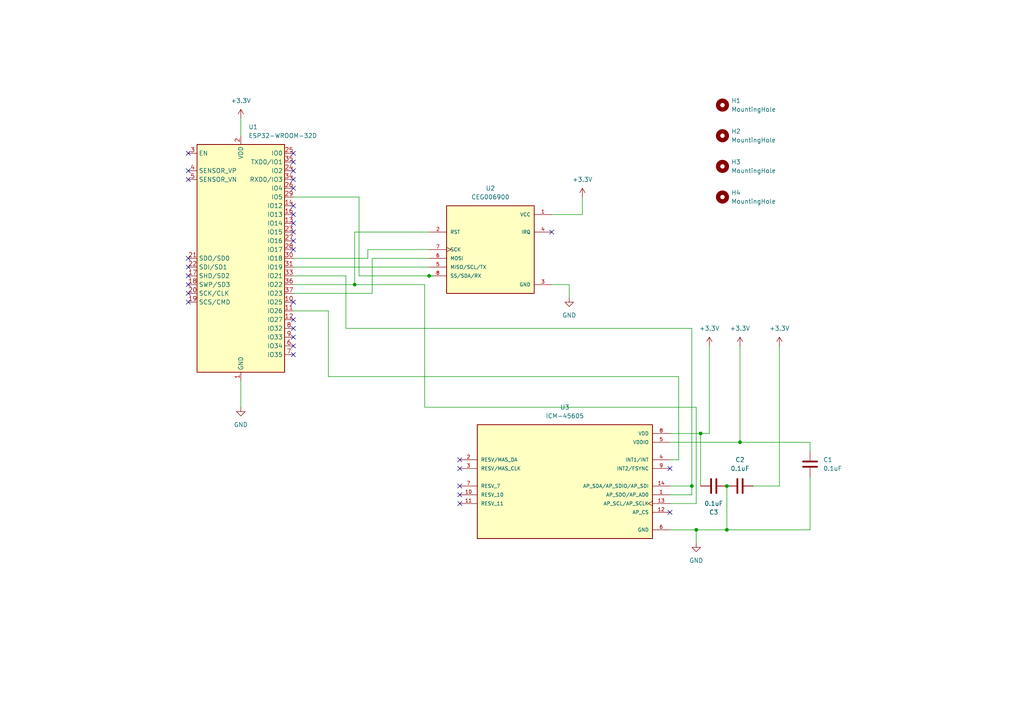
<source format=kicad_sch>
(kicad_sch (version 20231120) (generator "eeschema") (generator_version "8.0")
  (paper "A4")
  (lib_symbols
    (symbol "CEG006900:CEG006900" (pin_names (offset 1.016))
      (property "Reference" "U" (at -12.7 15.24 0))
      (property "Value" "CEG006900" (at -12.7 -15.24 0))
      (symbol "CEG006900_0_0"
        (rectangle (start -12.7 -12.7) (end 12.7 12.7) (stroke (width 0.254)) (fill (type background)))
        (pin power_in line (at 17.78 10.16 180) (length 5.08) (name "VCC") (number "1"))
        (pin input line (at -17.78 5.08 0) (length 5.08) (name "RST") (number "2"))
        (pin power_in line (at 17.78 -10.16 180) (length 5.08) (name "GND") (number "3"))
        (pin output line (at 17.78 5.08 180) (length 5.08) (name "IRQ") (number "4"))
        (pin bidirectional line (at -17.78 -5.08 0) (length 5.08) (name "MISO/SCL/TX") (number "5"))
        (pin input line (at -17.78 -2.54 0) (length 5.08) (name "MOSI") (number "6"))
        (pin input clock (at -17.78 0 0) (length 5.08) (name "SCK") (number "7"))
        (pin bidirectional line (at -17.78 -7.62 0) (length 5.08) (name "SS/SDA/RX") (number "8"))
      )
    )
    (symbol "Device:C" (pin_numbers hide) (pin_names (offset 0.254))
      (property "Reference" "C" (at 0.635 2.54 0))
      (property "Value" "C" (at 0.635 -2.54 0))
      (symbol "C_0_1"
        (polyline (pts (xy -2.032 -0.762) (xy 2.032 -0.762)) (stroke (width 0.508)))
        (polyline (pts (xy -2.032 0.762) (xy 2.032 0.762)) (stroke (width 0.508)))
      )
      (symbol "C_1_1"
        (pin passive line (at 0 3.81 270) (length 2.794) (name "~") (number "1"))
        (pin passive line (at 0 -3.81 90) (length 2.794) (name "~") (number "2"))
      )
    )
    (symbol "ICM-45605:ICM-45605" (pin_names (offset 1.016))
      (property "Reference" "U" (at -25.4 18.542 0))
      (property "Value" "ICM-45605" (at -25.4 -17.78 0))
      (symbol "ICM-45605_0_0"
        (rectangle (start -25.4 -15.24) (end 25.4 17.78) (stroke (width 0.254)) (fill (type background)))
        (pin bidirectional line (at 30.48 -2.54 180) (length 5.08) (name "AP_SDO/AP_AD0") (number "1"))
        (pin passive line (at -30.48 -2.54 0) (length 5.08) (name "RESV_10") (number "10"))
        (pin passive line (at -30.48 -5.08 0) (length 5.08) (name "RESV_11") (number "11"))
        (pin input line (at 30.48 -7.62 180) (length 5.08) (name "AP_CS") (number "12"))
        (pin input clock (at 30.48 -5.08 180) (length 5.08) (name "AP_SCL/AP_SCLK") (number "13"))
        (pin bidirectional line (at 30.48 0 180) (length 5.08) (name "AP_SDA/AP_SDIO/AP_SDI") (number "14"))
        (pin passive line (at -30.48 7.62 0) (length 5.08) (name "RESV/MAS_DA") (number "2"))
        (pin passive line (at -30.48 5.08 0) (length 5.08) (name "RESV/MAS_CLK") (number "3"))
        (pin output line (at 30.48 7.62 180) (length 5.08) (name "INT1/INT") (number "4"))
        (pin power_in line (at 30.48 12.7 180) (length 5.08) (name "VDDIO") (number "5"))
        (pin power_in line (at 30.48 -12.7 180) (length 5.08) (name "GND") (number "6"))
        (pin passive line (at -30.48 0 0) (length 5.08) (name "RESV_7") (number "7"))
        (pin power_in line (at 30.48 15.24 180) (length 5.08) (name "VDD") (number "8"))
        (pin bidirectional line (at 30.48 5.08 180) (length 5.08) (name "INT2/FSYNC") (number "9"))
      )
    )
    (symbol "Mechanical:MountingHole" (pin_names (offset 1.016)) (exclude_from_sim yes) (in_bom no)
      (property "Reference" "H" (at 0 5.08 0))
      (property "Value" "MountingHole" (at 0 3.175 0))
      (symbol "MountingHole_0_1"
        (circle (center 0 0) (radius 1.27) (stroke (width 1.27)))
      )
    )
    (symbol "RF_Module:ESP32-WROOM-32D"
      (property "Reference" "U" (at -12.7 34.29 0))
      (property "Value" "ESP32-WROOM-32D" (at 1.27 34.29 0))
      (symbol "ESP32-WROOM-32D_0_1"
        (rectangle (start -12.7 33.02) (end 12.7 -33.02) (stroke (width 0.254)) (fill (type background)))
      )
      (symbol "ESP32-WROOM-32D_1_1"
        (pin power_in line (at 0 -35.56 90) (length 2.54) (name "GND") (number "1"))
        (pin bidirectional line (at 15.24 -12.7 180) (length 2.54) (name "IO25") (number "10"))
        (pin bidirectional line (at 15.24 -15.24 180) (length 2.54) (name "IO26") (number "11"))
        (pin bidirectional line (at 15.24 -17.78 180) (length 2.54) (name "IO27") (number "12"))
        (pin bidirectional line (at 15.24 10.16 180) (length 2.54) (name "IO14") (number "13"))
        (pin bidirectional line (at 15.24 15.24 180) (length 2.54) (name "IO12") (number "14"))
        (pin passive line (at 0 -35.56 90) (length 2.54) hide (name "GND") (number "15"))
        (pin bidirectional line (at 15.24 12.7 180) (length 2.54) (name "IO13") (number "16"))
        (pin bidirectional line (at -15.24 -5.08 0) (length 2.54) (name "SHD/SD2") (number "17"))
        (pin bidirectional line (at -15.24 -7.62 0) (length 2.54) (name "SWP/SD3") (number "18"))
        (pin bidirectional line (at -15.24 -12.7 0) (length 2.54) (name "SCS/CMD") (number "19"))
        (pin power_in line (at 0 35.56 270) (length 2.54) (name "VDD") (number "2"))
        (pin bidirectional line (at -15.24 -10.16 0) (length 2.54) (name "SCK/CLK") (number "20"))
        (pin bidirectional line (at -15.24 0 0) (length 2.54) (name "SDO/SD0") (number "21"))
        (pin bidirectional line (at -15.24 -2.54 0) (length 2.54) (name "SDI/SD1") (number "22"))
        (pin bidirectional line (at 15.24 7.62 180) (length 2.54) (name "IO15") (number "23"))
        (pin bidirectional line (at 15.24 25.4 180) (length 2.54) (name "IO2") (number "24"))
        (pin bidirectional line (at 15.24 30.48 180) (length 2.54) (name "IO0") (number "25"))
        (pin bidirectional line (at 15.24 20.32 180) (length 2.54) (name "IO4") (number "26"))
        (pin bidirectional line (at 15.24 5.08 180) (length 2.54) (name "IO16") (number "27"))
        (pin bidirectional line (at 15.24 2.54 180) (length 2.54) (name "IO17") (number "28"))
        (pin bidirectional line (at 15.24 17.78 180) (length 2.54) (name "IO5") (number "29"))
        (pin input line (at -15.24 30.48 0) (length 2.54) (name "EN") (number "3"))
        (pin bidirectional line (at 15.24 0 180) (length 2.54) (name "IO18") (number "30"))
        (pin bidirectional line (at 15.24 -2.54 180) (length 2.54) (name "IO19") (number "31"))
        (pin no_connect line (at -12.7 -27.94 0) (length 2.54) hide (name "NC") (number "32"))
        (pin bidirectional line (at 15.24 -5.08 180) (length 2.54) (name "IO21") (number "33"))
        (pin bidirectional line (at 15.24 22.86 180) (length 2.54) (name "RXD0/IO3") (number "34"))
        (pin bidirectional line (at 15.24 27.94 180) (length 2.54) (name "TXD0/IO1") (number "35"))
        (pin bidirectional line (at 15.24 -7.62 180) (length 2.54) (name "IO22") (number "36"))
        (pin bidirectional line (at 15.24 -10.16 180) (length 2.54) (name "IO23") (number "37"))
        (pin passive line (at 0 -35.56 90) (length 2.54) hide (name "GND") (number "38"))
        (pin passive line (at 0 -35.56 90) (length 2.54) hide (name "GND") (number "39"))
        (pin input line (at -15.24 25.4 0) (length 2.54) (name "SENSOR_VP") (number "4"))
        (pin input line (at -15.24 22.86 0) (length 2.54) (name "SENSOR_VN") (number "5"))
        (pin input line (at 15.24 -25.4 180) (length 2.54) (name "IO34") (number "6"))
        (pin input line (at 15.24 -27.94 180) (length 2.54) (name "IO35") (number "7"))
        (pin bidirectional line (at 15.24 -20.32 180) (length 2.54) (name "IO32") (number "8"))
        (pin bidirectional line (at 15.24 -22.86 180) (length 2.54) (name "IO33") (number "9"))
      )
    )
    (symbol "power:+3.3V" (power) (pin_numbers hide) (pin_names (offset 0) hide)
      (property "Value" "+3.3V" (at 0 3.556 0))
      (symbol "+3.3V_0_1"
        (polyline (pts (xy -0.762 1.27) (xy 0 2.54)))
        (polyline (pts (xy 0 0) (xy 0 2.54)))
        (polyline (pts (xy 0 2.54) (xy 0.762 1.27)))
      )
      (symbol "+3.3V_1_1"
        (pin power_in line (at 0 0 90) (length 0) (name "~") (number "1"))
      )
    )
    (symbol "power:GND" (power) (pin_numbers hide) (pin_names (offset 0) hide)
      (property "Value" "GND" (at 0 -3.81 0))
      (symbol "GND_0_1"
        (polyline (pts (xy 0 0) (xy 0 -1.27) (xy 1.27 -1.27) (xy 0 -2.54) (xy -1.27 -1.27) (xy 0 -1.27)))
      )
      (symbol "GND_1_1"
        (pin power_in line (at 0 0 270) (length 0) (name "~") (number "1"))
      )
    )
  )
  (junction (at 214.63 128.27))
  (junction (at 203.2 125.73))
  (junction (at 102.87 82.55))
  (junction (at 210.82 153.67))
  (junction (at 210.82 140.97))
  (junction (at 201.93 153.67))
  (junction (at 124.46 80.01))
  (junction (at 200.66 140.97))
  (no_connect (at 133.35 133.35))
  (no_connect (at 160.02 67.31))
  (no_connect (at 54.61 49.53))
  (no_connect (at 85.09 92.71))
  (no_connect (at 54.61 82.55))
  (no_connect (at 85.09 54.61))
  (no_connect (at 85.09 87.63))
  (no_connect (at 85.09 64.77))
  (no_connect (at 85.09 97.79))
  (no_connect (at 85.09 62.23))
  (no_connect (at 54.61 80.01))
  (no_connect (at 133.35 140.97))
  (no_connect (at 194.31 135.89))
  (no_connect (at 54.61 87.63))
  (no_connect (at 85.09 46.99))
  (no_connect (at 85.09 100.33))
  (no_connect (at 85.09 72.39))
  (no_connect (at 133.35 135.89))
  (no_connect (at 85.09 59.69))
  (no_connect (at 85.09 52.07))
  (no_connect (at 54.61 74.93))
  (no_connect (at 85.09 49.53))
  (no_connect (at 133.35 143.51))
  (no_connect (at 133.35 146.05))
  (no_connect (at 54.61 52.07))
  (no_connect (at 54.61 85.09))
  (no_connect (at 85.09 102.87))
  (no_connect (at 194.31 148.59))
  (no_connect (at 85.09 44.45))
  (no_connect (at 54.61 77.47))
  (no_connect (at 85.09 67.31))
  (no_connect (at 54.61 44.45))
  (no_connect (at 85.09 95.25))
  (no_connect (at 85.09 69.85))
  (wire (pts (xy 104.14 80.01) (xy 104.14 57.15)))
  (wire (pts (xy 106.68 74.93) (xy 85.09 74.93)))
  (wire (pts (xy 123.19 82.55) (xy 123.19 118.11)))
  (wire (pts (xy 214.63 100.33) (xy 214.63 128.27)))
  (wire (pts (xy 160.02 82.55) (xy 165.1 82.55)))
  (wire (pts (xy 107.95 74.93) (xy 107.95 85.09)))
  (wire (pts (xy 168.91 62.23) (xy 168.91 57.15)))
  (wire (pts (xy 226.06 100.33) (xy 226.06 140.97)))
  (wire (pts (xy 194.31 133.35) (xy 196.85 133.35)))
  (wire (pts (xy 69.85 110.49) (xy 69.85 118.11)))
  (wire (pts (xy 194.31 125.73) (xy 203.2 125.73)))
  (wire (pts (xy 95.25 109.22) (xy 95.25 90.17)))
  (wire (pts (xy 234.95 128.27) (xy 234.95 130.81)))
  (wire (pts (xy 160.02 62.23) (xy 168.91 62.23)))
  (wire (pts (xy 124.46 80.01) (xy 104.14 80.01)))
  (wire (pts (xy 100.33 80.01) (xy 100.33 95.25)))
  (wire (pts (xy 214.63 128.27) (xy 234.95 128.27)))
  (wire (pts (xy 203.2 125.73) (xy 205.74 125.73)))
  (wire (pts (xy 124.46 72.39) (xy 106.68 72.39)))
  (wire (pts (xy 102.87 82.55) (xy 85.09 82.55)))
  (wire (pts (xy 201.93 153.67) (xy 210.82 153.67)))
  (wire (pts (xy 226.06 140.97) (xy 218.44 140.97)))
  (wire (pts (xy 200.66 95.25) (xy 200.66 140.97)))
  (wire (pts (xy 194.31 153.67) (xy 201.93 153.67)))
  (wire (pts (xy 125.73 80.01) (xy 124.46 80.01)))
  (wire (pts (xy 196.85 109.22) (xy 95.25 109.22)))
  (wire (pts (xy 165.1 82.55) (xy 165.1 86.36)))
  (wire (pts (xy 102.87 82.55) (xy 123.19 82.55)))
  (wire (pts (xy 85.09 77.47) (xy 124.46 77.47)))
  (wire (pts (xy 210.82 153.67) (xy 234.95 153.67)))
  (wire (pts (xy 196.85 133.35) (xy 196.85 109.22)))
  (wire (pts (xy 201.93 118.11) (xy 201.93 146.05)))
  (wire (pts (xy 194.31 128.27) (xy 214.63 128.27)))
  (wire (pts (xy 200.66 143.51) (xy 194.31 143.51)))
  (wire (pts (xy 69.85 34.29) (xy 69.85 39.37)))
  (wire (pts (xy 95.25 90.17) (xy 85.09 90.17)))
  (wire (pts (xy 102.87 67.31) (xy 102.87 82.55)))
  (wire (pts (xy 100.33 95.25) (xy 200.66 95.25)))
  (wire (pts (xy 123.19 118.11) (xy 201.93 118.11)))
  (wire (pts (xy 200.66 140.97) (xy 194.31 140.97)))
  (wire (pts (xy 106.68 72.39) (xy 106.68 74.93)))
  (wire (pts (xy 234.95 138.43) (xy 234.95 153.67)))
  (wire (pts (xy 200.66 140.97) (xy 200.66 143.51)))
  (wire (pts (xy 201.93 153.67) (xy 201.93 157.48)))
  (wire (pts (xy 203.2 125.73) (xy 203.2 140.97)))
  (wire (pts (xy 201.93 146.05) (xy 194.31 146.05)))
  (wire (pts (xy 205.74 100.33) (xy 205.74 125.73)))
  (wire (pts (xy 124.46 74.93) (xy 107.95 74.93)))
  (wire (pts (xy 85.09 80.01) (xy 100.33 80.01)))
  (wire (pts (xy 107.95 85.09) (xy 85.09 85.09)))
  (wire (pts (xy 124.46 67.31) (xy 102.87 67.31)))
  (wire (pts (xy 104.14 57.15) (xy 85.09 57.15)))
  (wire (pts (xy 210.82 140.97) (xy 210.82 153.67)))
  (symbol (lib_id "CEG006900:CEG006900") (at 142.24 72.39 0) (unit 1)
    (property "Reference" "U2" (at 142.24 54.61 0))
    (property "Value" "CEG006900" (at 142.24 57.15 0))
    (property "Footprint" "CEG006900 Footprint Symbol by YKS:MODULE_CEG006900" (effects (hide yes)))
    (property "MF" "YKS" (effects (hide yes)))
    (property "Description_1" "\n                        \n                            RFID RC522 Reader IC Card Module Tags SPI Interface Read and Write\n                        \n" (effects (hide yes)))
    (property "Package" "None" (effects (hide yes)))
    (property "Price" "None" (effects (hide yes)))
    (property "Check_prices" "https://www.snapeda.com/parts/CEG006900/YKS/view-part/?ref=eda" (effects (hide yes)))
    (property "STANDARD" "IPC 7351B" (effects (hide yes)))
    (property "PARTREV" "12 June 2019" (effects (hide yes)))
    (property "SnapEDA_Link" "https://www.snapeda.com/parts/CEG006900/YKS/view-part/?ref=snap" (effects (hide yes)))
    (property "MP" "CEG006900" (effects (hide yes)))
    (property "Availability" "Not in stock" (effects (hide yes)))
    (property "MANUFACTURER" "YKS" (effects (hide yes)))
  )
  (symbol (lib_id "Mechanical:MountingHole") (at 209.55 39.37 0) (unit 1) (exclude_from_sim yes) (in_bom no)
    (property "Reference" "H2" (at 212.09 38.0999 0) (effects (justify left)))
    (property "Value" "MountingHole" (at 212.09 40.6399 0) (effects (justify left)))
    (property "Footprint" "MountingHole:MountingHole_3.2mm_M3" (effects (hide yes)))
    (property "Description" "Mounting Hole without connection" (effects (hide yes)))
  )
  (symbol (lib_id "Mechanical:MountingHole") (at 209.55 30.48 0) (unit 1) (exclude_from_sim yes) (in_bom no)
    (property "Reference" "H1" (at 212.09 29.2099 0) (effects (justify left)))
    (property "Value" "MountingHole" (at 212.09 31.7499 0) (effects (justify left)))
    (property "Footprint" "MountingHole:MountingHole_3.2mm_M3" (effects (hide yes)))
    (property "Description" "Mounting Hole without connection" (effects (hide yes)))
  )
  (symbol (lib_id "Mechanical:MountingHole") (at 209.55 48.26 0) (unit 1) (exclude_from_sim yes) (in_bom no)
    (property "Reference" "H3" (at 212.09 46.9899 0) (effects (justify left)))
    (property "Value" "MountingHole" (at 212.09 49.5299 0) (effects (justify left)))
    (property "Footprint" "MountingHole:MountingHole_3.2mm_M3" (effects (hide yes)))
    (property "Description" "Mounting Hole without connection" (effects (hide yes)))
  )
  (symbol (lib_id "Device:C") (at 214.63 140.97 90) (unit 1)
    (property "Reference" "C2" (at 214.63 133.35 90))
    (property "Value" "0.1uF" (at 214.63 135.89 90))
    (property "Footprint" "Capacitor_SMD:C_0805_2012Metric_Pad1.18x1.45mm_HandSolder" (effects (hide yes)))
    (property "Description" "Unpolarized capacitor" (effects (hide yes)))
  )
  (symbol (lib_id "power:+3.3V") (at 214.63 100.33 0) (unit 1)
    (property "Reference" "#PWR08" (effects (hide yes)))
    (property "Value" "+3.3V" (at 214.63 95.25 0))
    (property "Description" "Power symbol creates a global label with name \"+3.3V\"" (effects (hide yes)))
  )
  (symbol (lib_id "power:GND") (at 69.85 118.11 0) (unit 1)
    (property "Reference" "#PWR03" (effects (hide yes)))
    (property "Value" "GND" (at 69.85 123.19 0))
    (property "Description" "Power symbol creates a global label with name \"GND\" , ground" (effects (hide yes)))
  )
  (symbol (lib_id "Mechanical:MountingHole") (at 209.55 57.15 0) (unit 1) (exclude_from_sim yes) (in_bom no)
    (property "Reference" "H4" (at 212.09 55.8799 0) (effects (justify left)))
    (property "Value" "MountingHole" (at 212.09 58.4199 0) (effects (justify left)))
    (property "Footprint" "MountingHole:MountingHole_3.2mm_M3" (effects (hide yes)))
    (property "Description" "Mounting Hole without connection" (effects (hide yes)))
  )
  (symbol (lib_id "power:GND") (at 201.93 157.48 0) (unit 1)
    (property "Reference" "#PWR05" (effects (hide yes)))
    (property "Value" "GND" (at 201.93 162.56 0))
    (property "Description" "Power symbol creates a global label with name \"GND\" , ground" (effects (hide yes)))
  )
  (symbol (lib_id "power:+3.3V") (at 205.74 100.33 0) (unit 1)
    (property "Reference" "#PWR010" (effects (hide yes)))
    (property "Value" "+3.3V" (at 205.74 95.25 0))
    (property "Description" "Power symbol creates a global label with name \"+3.3V\"" (effects (hide yes)))
  )
  (symbol (lib_id "Device:C") (at 207.01 140.97 270) (unit 1)
    (property "Reference" "C3" (at 207.01 148.59 90))
    (property "Value" "0.1uF" (at 207.01 146.05 90))
    (property "Footprint" "Capacitor_SMD:C_0805_2012Metric_Pad1.18x1.45mm_HandSolder" (effects (hide yes)))
    (property "Description" "Unpolarized capacitor" (effects (hide yes)))
  )
  (symbol (lib_id "power:+3.3V") (at 69.85 34.29 0) (unit 1)
    (property "Reference" "#PWR07" (effects (hide yes)))
    (property "Value" "+3.3V" (at 69.85 29.21 0))
    (property "Description" "Power symbol creates a global label with name \"+3.3V\"" (effects (hide yes)))
  )
  (symbol (lib_id "RF_Module:ESP32-WROOM-32D") (at 69.85 74.93 0) (unit 1)
    (property "Reference" "U1" (at 72.0441 36.83 0) (effects (justify left)))
    (property "Value" "ESP32-WROOM-32D" (at 72.0441 39.37 0) (effects (justify left)))
    (property "Footprint" "RF_Module:ESP32-WROOM-32D" (effects (hide yes)))
    (property "Datasheet" "https://www.espressif.com/sites/default/files/documentation/esp32-wroom-32d_esp32-wroom-32u_datasheet_en.pdf" (effects (hide yes)))
    (property "Description" "RF Module, ESP32-D0WD SoC, Wi-Fi 802.11b/g/n, Bluetooth, BLE, 32-bit, 2.7-3.6V, onboard antenna, SMD" (effects (hide yes)))
  )
  (symbol (lib_id "power:+3.3V") (at 168.91 57.15 0) (unit 1)
    (property "Reference" "#PWR01" (effects (hide yes)))
    (property "Value" "+3.3V" (at 168.91 52.07 0))
    (property "Description" "Power symbol creates a global label with name \"+3.3V\"" (effects (hide yes)))
  )
  (symbol (lib_id "ICM-45605:ICM-45605") (at 163.83 140.97 0) (unit 1)
    (property "Reference" "U3" (at 163.83 118.11 0))
    (property "Value" "ICM-45605" (at 163.83 120.65 0))
    (property "Footprint" "ICM 45605 Footprint Symbol by TDK:XDCR_ICM-45605" (effects (hide yes)))
    (property "MF" "TDK InvenSense" (effects (hide yes)))
    (property "MAXIMUM_PACKAGE_HEIGHT" "0.86mm" (effects (hide yes)))
    (property "Package" "Package" (effects (hide yes)))
    (property "Price" "None" (effects (hide yes)))
    (property "Check_prices" "https://www.snapeda.com/parts/ICM-45605/TDK/view-part/?ref=eda" (effects (hide yes)))
    (property "STANDARD" "Manufacturer Recommendations" (effects (hide yes)))
    (property "PARTREV" "1.0" (effects (hide yes)))
    (property "SnapEDA_Link" "https://www.snapeda.com/parts/ICM-45605/TDK/view-part/?ref=snap" (effects (hide yes)))
    (property "MP" "ICM-45605" (effects (hide yes)))
    (property "Description_1" "\n                        \n                            TDK Next Gen Ultra-Low Power, High-Performance Integrated 6-Axis MEMS MotionTracking Device with BalanceGyro Technology, +/-2000dps/+/-16g, single interface\n                        \n" (effects (hide yes)))
    (property "Availability" "In Stock" (effects (hide yes)))
    (property "MANUFACTURER" "TDK InvenSense" (effects (hide yes)))
  )
  (symbol (lib_id "power:+3.3V") (at 226.06 100.33 0) (unit 1)
    (property "Reference" "#PWR09" (effects (hide yes)))
    (property "Value" "+3.3V" (at 226.06 95.25 0))
    (property "Description" "Power symbol creates a global label with name \"+3.3V\"" (effects (hide yes)))
  )
  (symbol (lib_id "power:GND") (at 165.1 86.36 0) (unit 1)
    (property "Reference" "#PWR04" (effects (hide yes)))
    (property "Value" "GND" (at 165.1 91.44 0))
    (property "Description" "Power symbol creates a global label with name \"GND\" , ground" (effects (hide yes)))
  )
  (symbol (lib_id "Device:C") (at 234.95 134.62 0) (unit 1)
    (property "Reference" "C1" (at 238.76 133.3499 0) (effects (justify left)))
    (property "Value" "0.1uF" (at 238.76 135.8899 0) (effects (justify left)))
    (property "Footprint" "Capacitor_SMD:C_0805_2012Metric_Pad1.18x1.45mm_HandSolder" (effects (hide yes)))
    (property "Description" "Unpolarized capacitor" (effects (hide yes)))
  )
)
</source>
